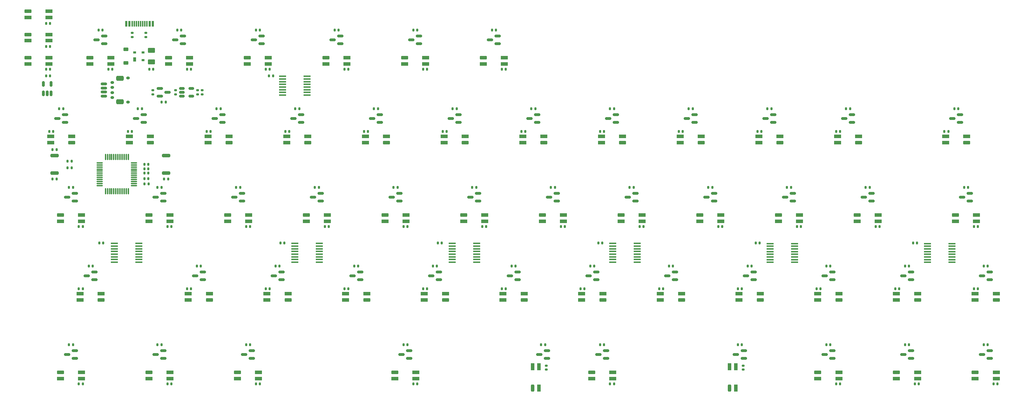
<source format=gbr>
G04 #@! TF.GenerationSoftware,KiCad,Pcbnew,8.0.8*
G04 #@! TF.CreationDate,2025-02-11T15:39:55+01:00*
G04 #@! TF.ProjectId,vootington V4N STM32G0B1CBT6,766f6f74-696e-4677-946f-6e2056344e20,rev?*
G04 #@! TF.SameCoordinates,Original*
G04 #@! TF.FileFunction,Paste,Bot*
G04 #@! TF.FilePolarity,Positive*
%FSLAX46Y46*%
G04 Gerber Fmt 4.6, Leading zero omitted, Abs format (unit mm)*
G04 Created by KiCad (PCBNEW 8.0.8) date 2025-02-11 15:39:55*
%MOMM*%
%LPD*%
G01*
G04 APERTURE LIST*
G04 Aperture macros list*
%AMRoundRect*
0 Rectangle with rounded corners*
0 $1 Rounding radius*
0 $2 $3 $4 $5 $6 $7 $8 $9 X,Y pos of 4 corners*
0 Add a 4 corners polygon primitive as box body*
4,1,4,$2,$3,$4,$5,$6,$7,$8,$9,$2,$3,0*
0 Add four circle primitives for the rounded corners*
1,1,$1+$1,$2,$3*
1,1,$1+$1,$4,$5*
1,1,$1+$1,$6,$7*
1,1,$1+$1,$8,$9*
0 Add four rect primitives between the rounded corners*
20,1,$1+$1,$2,$3,$4,$5,0*
20,1,$1+$1,$4,$5,$6,$7,0*
20,1,$1+$1,$6,$7,$8,$9,0*
20,1,$1+$1,$8,$9,$2,$3,0*%
G04 Aperture macros list end*
%ADD10RoundRect,0.140000X0.140000X0.170000X-0.140000X0.170000X-0.140000X-0.170000X0.140000X-0.170000X0*%
%ADD11RoundRect,0.205000X-0.205000X0.645000X-0.205000X-0.645000X0.205000X-0.645000X0.205000X0.645000X0*%
%ADD12R,0.820000X1.700000*%
%ADD13RoundRect,0.140000X-0.140000X-0.170000X0.140000X-0.170000X0.140000X0.170000X-0.140000X0.170000X0*%
%ADD14RoundRect,0.150000X0.150000X-0.512500X0.150000X0.512500X-0.150000X0.512500X-0.150000X-0.512500X0*%
%ADD15R,1.778000X0.419100*%
%ADD16RoundRect,0.205000X0.645000X0.205000X-0.645000X0.205000X-0.645000X-0.205000X0.645000X-0.205000X0*%
%ADD17R,1.700000X0.820000*%
%ADD18RoundRect,0.150000X0.587500X0.150000X-0.587500X0.150000X-0.587500X-0.150000X0.587500X-0.150000X0*%
%ADD19RoundRect,0.205000X-0.645000X-0.205000X0.645000X-0.205000X0.645000X0.205000X-0.645000X0.205000X0*%
%ADD20RoundRect,0.200000X0.800000X-0.200000X0.800000X0.200000X-0.800000X0.200000X-0.800000X-0.200000X0*%
%ADD21RoundRect,0.150000X-0.587500X-0.150000X0.587500X-0.150000X0.587500X0.150000X-0.587500X0.150000X0*%
%ADD22RoundRect,0.135000X-0.135000X-0.185000X0.135000X-0.185000X0.135000X0.185000X-0.135000X0.185000X0*%
%ADD23RoundRect,0.135000X0.185000X-0.135000X0.185000X0.135000X-0.185000X0.135000X-0.185000X-0.135000X0*%
%ADD24R,0.700000X1.000000*%
%ADD25R,0.700000X0.600000*%
%ADD26RoundRect,0.140000X-0.170000X0.140000X-0.170000X-0.140000X0.170000X-0.140000X0.170000X0.140000X0*%
%ADD27RoundRect,0.150000X-0.512500X-0.150000X0.512500X-0.150000X0.512500X0.150000X-0.512500X0.150000X0*%
%ADD28RoundRect,0.147500X-0.147500X-0.172500X0.147500X-0.172500X0.147500X0.172500X-0.147500X0.172500X0*%
%ADD29RoundRect,0.075000X0.662500X0.075000X-0.662500X0.075000X-0.662500X-0.075000X0.662500X-0.075000X0*%
%ADD30RoundRect,0.075000X0.075000X0.662500X-0.075000X0.662500X-0.075000X-0.662500X0.075000X-0.662500X0*%
%ADD31R,0.600000X1.450000*%
%ADD32R,0.300000X1.450000*%
%ADD33RoundRect,0.150000X-0.275000X0.150000X-0.275000X-0.150000X0.275000X-0.150000X0.275000X0.150000X0*%
%ADD34RoundRect,0.175000X-0.225000X0.175000X-0.225000X-0.175000X0.225000X-0.175000X0.225000X0.175000X0*%
%ADD35RoundRect,0.135000X0.135000X0.185000X-0.135000X0.185000X-0.135000X-0.185000X0.135000X-0.185000X0*%
%ADD36RoundRect,0.225000X0.375000X-0.225000X0.375000X0.225000X-0.375000X0.225000X-0.375000X-0.225000X0*%
%ADD37RoundRect,0.140000X0.170000X-0.140000X0.170000X0.140000X-0.170000X0.140000X-0.170000X-0.140000X0*%
%ADD38RoundRect,0.150000X-0.625000X0.150000X-0.625000X-0.150000X0.625000X-0.150000X0.625000X0.150000X0*%
%ADD39RoundRect,0.250000X-0.650000X0.350000X-0.650000X-0.350000X0.650000X-0.350000X0.650000X0.350000X0*%
%ADD40RoundRect,0.250000X-0.625000X0.375000X-0.625000X-0.375000X0.625000X-0.375000X0.625000X0.375000X0*%
G04 APERTURE END LIST*
D10*
X203680000Y-76993750D03*
X202720000Y-76993750D03*
X243734704Y-71401076D03*
X242774704Y-71401076D03*
X167961250Y-96043750D03*
X167001250Y-96043750D03*
X222730000Y-76993750D03*
X221770000Y-76993750D03*
D11*
X150679852Y-106531250D03*
D12*
X152179852Y-106531250D03*
X152179852Y-101431250D03*
X150679852Y-101431250D03*
D13*
X66988750Y-82550000D03*
X67948750Y-82550000D03*
D14*
X34093250Y-35172250D03*
X33143250Y-35172250D03*
X32193250Y-35172250D03*
X32193250Y-32897250D03*
X34093250Y-32897250D03*
D13*
X56670000Y-55805587D03*
X57630000Y-55805587D03*
D15*
X214111840Y-71563905D03*
X214111840Y-72214145D03*
X214111840Y-72864385D03*
X214111840Y-73514625D03*
X214111840Y-74159785D03*
X214111840Y-74810025D03*
X214111840Y-75460265D03*
X214111840Y-76110505D03*
X208163160Y-76110505D03*
X208163160Y-75460265D03*
X208163160Y-74810025D03*
X208163160Y-74159785D03*
X208163160Y-73514625D03*
X208163160Y-72864385D03*
X208163160Y-72214145D03*
X208163160Y-71563905D03*
D13*
X40795000Y-82550000D03*
X41755000Y-82550000D03*
D16*
X36343750Y-102779000D03*
D17*
X36343750Y-104279000D03*
X41443750Y-104279000D03*
X41443750Y-102779000D03*
D18*
X201756250Y-97475000D03*
X201756250Y-99375000D03*
X199881250Y-98425000D03*
D19*
X115262500Y-47129000D03*
D17*
X115262500Y-45629000D03*
X110162500Y-45629000D03*
X110162500Y-47129000D03*
D18*
X39831250Y-97475000D03*
X39831250Y-99375000D03*
X37956250Y-98425000D03*
D19*
X46206250Y-85229000D03*
D17*
X46206250Y-83729000D03*
X41106250Y-83729000D03*
X41106250Y-85229000D03*
D18*
X151750000Y-40325000D03*
X151750000Y-42225000D03*
X149875000Y-41275000D03*
D13*
X147951250Y-44450000D03*
X148911250Y-44450000D03*
D10*
X253686250Y-38893750D03*
X252726250Y-38893750D03*
X117955000Y-57943750D03*
X116995000Y-57943750D03*
D19*
X224800000Y-85229000D03*
D17*
X224800000Y-83729000D03*
X219700000Y-83729000D03*
X219700000Y-85229000D03*
D10*
X33817500Y-23812500D03*
X32857500Y-23812500D03*
D16*
X257800000Y-102779000D03*
D17*
X257800000Y-104279000D03*
X262900000Y-104279000D03*
X262900000Y-102779000D03*
D18*
X89837500Y-78425000D03*
X89837500Y-80325000D03*
X87962500Y-79375000D03*
X120793750Y-97475000D03*
X120793750Y-99375000D03*
X118918750Y-98425000D03*
D10*
X106048750Y-29368750D03*
X105088750Y-29368750D03*
D20*
X34925000Y-54487500D03*
X34925000Y-50287500D03*
D21*
X60381250Y-35875000D03*
X60381250Y-33975000D03*
X62256250Y-34925000D03*
D10*
X89380000Y-76993750D03*
X88420000Y-76993750D03*
D22*
X38073750Y-51593750D03*
X39093750Y-51593750D03*
D19*
X191462500Y-47129000D03*
D17*
X191462500Y-45629000D03*
X186362500Y-45629000D03*
X186362500Y-47129000D03*
D13*
X57857500Y-29368750D03*
X58817500Y-29368750D03*
D10*
X144148750Y-29368750D03*
X143188750Y-29368750D03*
D16*
X79206250Y-102779000D03*
D17*
X79206250Y-104279000D03*
X84306250Y-104279000D03*
X84306250Y-102779000D03*
D13*
X143188750Y-82550000D03*
X144148750Y-82550000D03*
D16*
X28462500Y-15290000D03*
D17*
X28462500Y-16790000D03*
X33562500Y-16790000D03*
X33562500Y-15290000D03*
D10*
X137005000Y-57943750D03*
X136045000Y-57943750D03*
X63186250Y-105568750D03*
X62226250Y-105568750D03*
X120336250Y-96043750D03*
X119376250Y-96043750D03*
D23*
X53721589Y-21547501D03*
X53721589Y-20527501D03*
D13*
X61432500Y-55956250D03*
X62392500Y-55956250D03*
D16*
X57775000Y-64679000D03*
D17*
X57775000Y-66179000D03*
X62875000Y-66179000D03*
X62875000Y-64679000D03*
D10*
X101286250Y-67468750D03*
X100326250Y-67468750D03*
D16*
X95875000Y-64679000D03*
D17*
X95875000Y-66179000D03*
X100975000Y-66179000D03*
X100975000Y-64679000D03*
D18*
X204137500Y-78425000D03*
X204137500Y-80325000D03*
X202262500Y-79375000D03*
X137462500Y-59375000D03*
X137462500Y-61275000D03*
X135587500Y-60325000D03*
D10*
X46517500Y-19843750D03*
X45557500Y-19843750D03*
X41755000Y-67468750D03*
X40795000Y-67468750D03*
X241780000Y-96043750D03*
X240820000Y-96043750D03*
X94142500Y-38893750D03*
X93182500Y-38893750D03*
D24*
X54309089Y-26943750D03*
D25*
X54309089Y-25243750D03*
X56309089Y-25243750D03*
X56309089Y-27143750D03*
D10*
X165580000Y-76993750D03*
X164620000Y-76993750D03*
X125098750Y-29368750D03*
X124138750Y-29368750D03*
X127480000Y-76993750D03*
X126520000Y-76993750D03*
D18*
X227950000Y-40325000D03*
X227950000Y-42225000D03*
X226075000Y-41275000D03*
X256525000Y-59375000D03*
X256525000Y-61275000D03*
X254650000Y-60325000D03*
X156512500Y-59375000D03*
X156512500Y-61275000D03*
X154637500Y-60325000D03*
D10*
X244161250Y-105568750D03*
X243201250Y-105568750D03*
D13*
X205101250Y-44450000D03*
X206061250Y-44450000D03*
D26*
X64200000Y-34445000D03*
X64200000Y-35405000D03*
D13*
X33651250Y-44450000D03*
X34611250Y-44450000D03*
D10*
X84617500Y-19843750D03*
X83657500Y-19843750D03*
D18*
X66025000Y-21275000D03*
X66025000Y-23175000D03*
X64150000Y-22225000D03*
D10*
X41755000Y-105568750D03*
X40795000Y-105568750D03*
D19*
X77162500Y-47129000D03*
D17*
X77162500Y-45629000D03*
X72062500Y-45629000D03*
X72062500Y-47129000D03*
D27*
X65737500Y-35875000D03*
X65737500Y-34925000D03*
X65737500Y-33975000D03*
X68012500Y-33975000D03*
X68012500Y-35875000D03*
D26*
X70643750Y-34445000D03*
X70643750Y-35405000D03*
D16*
X114925000Y-64679000D03*
D17*
X114925000Y-66179000D03*
X120025000Y-66179000D03*
X120025000Y-64679000D03*
D13*
X162238750Y-82550000D03*
X163198750Y-82550000D03*
D16*
X210175000Y-64679000D03*
D17*
X210175000Y-66179000D03*
X215275000Y-66179000D03*
X215275000Y-64679000D03*
D16*
X28462500Y-26555000D03*
D17*
X28462500Y-28055000D03*
X33562500Y-28055000D03*
X33562500Y-26555000D03*
D10*
X56042500Y-38893750D03*
X55082500Y-38893750D03*
D13*
X257488750Y-82550000D03*
X258448750Y-82550000D03*
D10*
X139386250Y-67468750D03*
X138426250Y-67468750D03*
D26*
X153987500Y-101120000D03*
X153987500Y-102080000D03*
D13*
X250345000Y-44450000D03*
X251305000Y-44450000D03*
D10*
X222730000Y-96043750D03*
X221770000Y-96043750D03*
D18*
X123175000Y-21275000D03*
X123175000Y-23175000D03*
X121300000Y-22225000D03*
D10*
X113192500Y-38893750D03*
X112232500Y-38893750D03*
D18*
X146987500Y-78425000D03*
X146987500Y-80325000D03*
X145112500Y-79375000D03*
D19*
X39062500Y-47129000D03*
D17*
X39062500Y-45629000D03*
X33962500Y-45629000D03*
X33962500Y-47129000D03*
D18*
X132700000Y-40325000D03*
X132700000Y-42225000D03*
X130825000Y-41275000D03*
D16*
X62537500Y-26579000D03*
D17*
X62537500Y-28079000D03*
X67637500Y-28079000D03*
X67637500Y-26579000D03*
D28*
X56665000Y-52387500D03*
X57635000Y-52387500D03*
D18*
X154131250Y-97475000D03*
X154131250Y-99375000D03*
X152256250Y-98425000D03*
D10*
X175105000Y-57943750D03*
X174145000Y-57943750D03*
D13*
X200338750Y-82550000D03*
X201298750Y-82550000D03*
D23*
X57037122Y-21576841D03*
X57037122Y-20556841D03*
D16*
X36343750Y-64679000D03*
D17*
X36343750Y-66179000D03*
X41443750Y-66179000D03*
X41443750Y-64679000D03*
D19*
X205750000Y-85229000D03*
D17*
X205750000Y-83729000D03*
X200650000Y-83729000D03*
X200650000Y-85229000D03*
D18*
X127937500Y-78425000D03*
X127937500Y-80325000D03*
X126062500Y-79375000D03*
D29*
X54168750Y-52018750D03*
X54168750Y-52518750D03*
X54168750Y-53018750D03*
X54168750Y-53518750D03*
X54168750Y-54018750D03*
X54168750Y-54518750D03*
X54168750Y-55018750D03*
X54168750Y-55518750D03*
X54168750Y-56018750D03*
X54168750Y-56518750D03*
X54168750Y-57018750D03*
X54168750Y-57518750D03*
D30*
X52756250Y-58931250D03*
X52256250Y-58931250D03*
X51756250Y-58931250D03*
X51256250Y-58931250D03*
X50756250Y-58931250D03*
X50256250Y-58931250D03*
X49756250Y-58931250D03*
X49256250Y-58931250D03*
X48756250Y-58931250D03*
X48256250Y-58931250D03*
X47756250Y-58931250D03*
X47256250Y-58931250D03*
D29*
X45843750Y-57518750D03*
X45843750Y-57018750D03*
X45843750Y-56518750D03*
X45843750Y-56018750D03*
X45843750Y-55518750D03*
X45843750Y-55018750D03*
X45843750Y-54518750D03*
X45843750Y-54018750D03*
X45843750Y-53518750D03*
X45843750Y-53018750D03*
X45843750Y-52518750D03*
X45843750Y-52018750D03*
D30*
X47256250Y-50606250D03*
X47756250Y-50606250D03*
X48256250Y-50606250D03*
X48756250Y-50606250D03*
X49256250Y-50606250D03*
X49756250Y-50606250D03*
X50256250Y-50606250D03*
X50756250Y-50606250D03*
X51256250Y-50606250D03*
X51756250Y-50606250D03*
X52256250Y-50606250D03*
X52756250Y-50606250D03*
D10*
X132242500Y-38893750D03*
X131282500Y-38893750D03*
X170342500Y-105568750D03*
X169382500Y-105568750D03*
D13*
X128901250Y-44450000D03*
X129861250Y-44450000D03*
D19*
X229562500Y-47129000D03*
D17*
X229562500Y-45629000D03*
X224462500Y-45629000D03*
X224462500Y-47129000D03*
D10*
X156055000Y-57943750D03*
X155095000Y-57943750D03*
X151292500Y-38893750D03*
X150332500Y-38893750D03*
D18*
X82693750Y-97475000D03*
X82693750Y-99375000D03*
X80818750Y-98425000D03*
D13*
X124138750Y-82550000D03*
X125098750Y-82550000D03*
D10*
X215586250Y-67468750D03*
X214626250Y-67468750D03*
X108430000Y-76993750D03*
X107470000Y-76993750D03*
X234636250Y-67468750D03*
X233676250Y-67468750D03*
X177486250Y-67468750D03*
X176526250Y-67468750D03*
D13*
X219388750Y-82550000D03*
X220348750Y-82550000D03*
D11*
X198304852Y-106531250D03*
D12*
X199804852Y-106531250D03*
X199804852Y-101431250D03*
X198304852Y-101431250D03*
D18*
X185087500Y-78425000D03*
X185087500Y-80325000D03*
X183212500Y-79375000D03*
D13*
X186051250Y-44450000D03*
X187011250Y-44450000D03*
D10*
X260830000Y-96043750D03*
X259870000Y-96043750D03*
X208442500Y-38893750D03*
X207482500Y-38893750D03*
D18*
X104125000Y-21275000D03*
X104125000Y-23175000D03*
X102250000Y-22225000D03*
D16*
X138737500Y-26579000D03*
D17*
X138737500Y-28079000D03*
X143837500Y-28079000D03*
X143837500Y-26579000D03*
D13*
X105088750Y-82550000D03*
X106048750Y-82550000D03*
D18*
X70787500Y-78425000D03*
X70787500Y-80325000D03*
X68912500Y-79375000D03*
D15*
X55361840Y-71545450D03*
X55361840Y-72195690D03*
X55361840Y-72845930D03*
X55361840Y-73496170D03*
X55361840Y-74141330D03*
X55361840Y-74791570D03*
X55361840Y-75441810D03*
X55361840Y-76092050D03*
X49413160Y-76092050D03*
X49413160Y-75441810D03*
X49413160Y-74791570D03*
X49413160Y-74141330D03*
X49413160Y-73496170D03*
X49413160Y-72845930D03*
X49413160Y-72195690D03*
X49413160Y-71545450D03*
D18*
X37450000Y-40325000D03*
X37450000Y-42225000D03*
X35575000Y-41275000D03*
D10*
X146530000Y-76993750D03*
X145570000Y-76993750D03*
D13*
X167001250Y-44450000D03*
X167961250Y-44450000D03*
D10*
X153673750Y-96043750D03*
X152713750Y-96043750D03*
D18*
X242237500Y-78425000D03*
X242237500Y-80325000D03*
X240362500Y-79375000D03*
D10*
X86998750Y-29368750D03*
X86038750Y-29368750D03*
D18*
X261287500Y-97475000D03*
X261287500Y-99375000D03*
X259412500Y-98425000D03*
D10*
X36992500Y-38893750D03*
X36032500Y-38893750D03*
D18*
X61262500Y-97475000D03*
X61262500Y-99375000D03*
X59387500Y-98425000D03*
X113650000Y-40325000D03*
X113650000Y-42225000D03*
X111775000Y-41275000D03*
D10*
X225111250Y-105568750D03*
X224151250Y-105568750D03*
D18*
X108887500Y-78425000D03*
X108887500Y-80325000D03*
X107012500Y-79375000D03*
D10*
X232255000Y-57943750D03*
X231295000Y-57943750D03*
D18*
X56500000Y-40325000D03*
X56500000Y-42225000D03*
X54625000Y-41275000D03*
D10*
X128640954Y-71437500D03*
X127680954Y-71437500D03*
D31*
X52249000Y-18335625D03*
X53049000Y-18335625D03*
D32*
X54249000Y-18335625D03*
X55249000Y-18335625D03*
X55749000Y-18335625D03*
X56749000Y-18335625D03*
D31*
X57949000Y-18335625D03*
X58749000Y-18335625D03*
X58749000Y-18335625D03*
X57949000Y-18335625D03*
D32*
X57249000Y-18335625D03*
X56249000Y-18335625D03*
X54749000Y-18335625D03*
X53749000Y-18335625D03*
D31*
X53049000Y-18335625D03*
X52249000Y-18335625D03*
D33*
X48925000Y-32581250D03*
X48925000Y-33781250D03*
X48925000Y-34981250D03*
X48925000Y-36181250D03*
D34*
X52700000Y-31431250D03*
X52700000Y-37331250D03*
D18*
X170800000Y-40325000D03*
X170800000Y-42225000D03*
X168925000Y-41275000D03*
D10*
X33817500Y-29368750D03*
X32857500Y-29368750D03*
X196536250Y-67468750D03*
X195576250Y-67468750D03*
D16*
X119687500Y-26579000D03*
D17*
X119687500Y-28079000D03*
X124787500Y-28079000D03*
X124787500Y-26579000D03*
D15*
X96043750Y-31064200D03*
X96043750Y-31714440D03*
X96043750Y-32364680D03*
X96043750Y-33014920D03*
X96043750Y-33660080D03*
X96043750Y-34310320D03*
X96043750Y-34960560D03*
X96043750Y-35610800D03*
X90095070Y-35610800D03*
X90095070Y-34960560D03*
X90095070Y-34310320D03*
X90095070Y-33660080D03*
X90095070Y-33014920D03*
X90095070Y-32364680D03*
X90095070Y-31714440D03*
X90095070Y-31064200D03*
D18*
X223187500Y-97475000D03*
X223187500Y-99375000D03*
X221312500Y-98425000D03*
D35*
X35435000Y-55956250D03*
X34415000Y-55956250D03*
D16*
X219700000Y-102779000D03*
D17*
X219700000Y-104279000D03*
X224800000Y-104279000D03*
X224800000Y-102779000D03*
D13*
X181288750Y-82550000D03*
X182248750Y-82550000D03*
X109851250Y-44450000D03*
X110811250Y-44450000D03*
D15*
X176011840Y-71545450D03*
X176011840Y-72195690D03*
X176011840Y-72845930D03*
X176011840Y-73496170D03*
X176011840Y-74141330D03*
X176011840Y-74791570D03*
X176011840Y-75441810D03*
X176011840Y-76092050D03*
X170063160Y-76092050D03*
X170063160Y-75441810D03*
X170063160Y-74791570D03*
X170063160Y-74141330D03*
X170063160Y-73496170D03*
X170063160Y-72845930D03*
X170063160Y-72195690D03*
X170063160Y-71545450D03*
D10*
X256067500Y-57943750D03*
X255107500Y-57943750D03*
D19*
X255756250Y-47129000D03*
D17*
X255756250Y-45629000D03*
X250656250Y-45629000D03*
X250656250Y-47129000D03*
D10*
X120336250Y-67468750D03*
X119376250Y-67468750D03*
X39373750Y-57943750D03*
X38413750Y-57943750D03*
D16*
X76825000Y-64679000D03*
D17*
X76825000Y-66179000D03*
X81925000Y-66179000D03*
X81925000Y-64679000D03*
D13*
X238438750Y-82550000D03*
X239398750Y-82550000D03*
X86038750Y-82550000D03*
X86998750Y-82550000D03*
D18*
X61262500Y-59375000D03*
X61262500Y-61275000D03*
X59387500Y-60325000D03*
D10*
X46723300Y-71437500D03*
X45763300Y-71437500D03*
D36*
X52193750Y-27843750D03*
X52193750Y-24543750D03*
D18*
X80312500Y-59375000D03*
X80312500Y-61275000D03*
X78437500Y-60325000D03*
D37*
X58737500Y-35405000D03*
X58737500Y-34445000D03*
D10*
X194155000Y-57943750D03*
X193195000Y-57943750D03*
X189392500Y-38893750D03*
X188432500Y-38893750D03*
X63186250Y-67468750D03*
X62226250Y-67468750D03*
X122717500Y-19843750D03*
X121757500Y-19843750D03*
X258448750Y-67468750D03*
X257488750Y-67468750D03*
D16*
X229225000Y-64679000D03*
D17*
X229225000Y-66179000D03*
X234325000Y-66179000D03*
X234325000Y-64679000D03*
D16*
X81587500Y-26579000D03*
D17*
X81587500Y-28079000D03*
X86687500Y-28079000D03*
X86687500Y-26579000D03*
D10*
X98905000Y-57943750D03*
X97945000Y-57943750D03*
D38*
X46837697Y-32881250D03*
X46837697Y-33881250D03*
X46837697Y-34881250D03*
X46837697Y-35881250D03*
D39*
X50712697Y-31581250D03*
X50712697Y-37181250D03*
D18*
X118412500Y-59375000D03*
X118412500Y-61275000D03*
X116537500Y-60325000D03*
D10*
X227492500Y-38893750D03*
X226532500Y-38893750D03*
X205634704Y-71437500D03*
X204674704Y-71437500D03*
D18*
X175562500Y-59375000D03*
X175562500Y-61275000D03*
X173687500Y-60325000D03*
D13*
X224151250Y-44450000D03*
X225111250Y-44450000D03*
D10*
X103667500Y-19843750D03*
X102707500Y-19843750D03*
D35*
X61828750Y-37306250D03*
X60808750Y-37306250D03*
D26*
X69551587Y-34445000D03*
X69551587Y-35405000D03*
D19*
X210512500Y-47129000D03*
D17*
X210512500Y-45629000D03*
X205412500Y-45629000D03*
X205412500Y-47129000D03*
D35*
X35435000Y-48818750D03*
X34415000Y-48818750D03*
D19*
X134312500Y-47129000D03*
D17*
X134312500Y-45629000D03*
X129212500Y-45629000D03*
X129212500Y-47129000D03*
D16*
X153025000Y-64679000D03*
D17*
X153025000Y-66179000D03*
X158125000Y-66179000D03*
X158125000Y-64679000D03*
D19*
X110500000Y-85229000D03*
D17*
X110500000Y-83729000D03*
X105400000Y-83729000D03*
X105400000Y-85229000D03*
D19*
X243850000Y-85229000D03*
D17*
X243850000Y-83729000D03*
X238750000Y-83729000D03*
X238750000Y-85229000D03*
D19*
X96212500Y-47129000D03*
D17*
X96212500Y-45629000D03*
X91112500Y-45629000D03*
X91112500Y-47129000D03*
D10*
X60805000Y-57943750D03*
X59845000Y-57943750D03*
D15*
X252211840Y-71563905D03*
X252211840Y-72214145D03*
X252211840Y-72864385D03*
X252211840Y-73514625D03*
X252211840Y-74159785D03*
X252211840Y-74810025D03*
X252211840Y-75460265D03*
X252211840Y-76110505D03*
X246263160Y-76110505D03*
X246263160Y-75460265D03*
X246263160Y-74810025D03*
X246263160Y-74159785D03*
X246263160Y-73514625D03*
X246263160Y-72864385D03*
X246263160Y-72214145D03*
X246263160Y-71563905D03*
D10*
X48898750Y-29368750D03*
X47938750Y-29368750D03*
D16*
X100637500Y-26579000D03*
D17*
X100637500Y-28079000D03*
X105737500Y-28079000D03*
X105737500Y-26579000D03*
D13*
X52701250Y-44450000D03*
X53661250Y-44450000D03*
D16*
X28462500Y-20922500D03*
D17*
X28462500Y-22422500D03*
X33562500Y-22422500D03*
X33562500Y-20922500D03*
D10*
X122717500Y-105568750D03*
X121757500Y-105568750D03*
D16*
X238750000Y-102779000D03*
D17*
X238750000Y-104279000D03*
X243850000Y-104279000D03*
X243850000Y-102779000D03*
D19*
X91450000Y-85229000D03*
D17*
X91450000Y-83729000D03*
X86350000Y-83729000D03*
X86350000Y-85229000D03*
D10*
X260830000Y-76993750D03*
X259870000Y-76993750D03*
D19*
X262900000Y-85229000D03*
D17*
X262900000Y-83729000D03*
X257800000Y-83729000D03*
X257800000Y-85229000D03*
D10*
X241780000Y-76993750D03*
X240820000Y-76993750D03*
D19*
X167650000Y-85229000D03*
D17*
X167650000Y-83729000D03*
X162550000Y-83729000D03*
X162550000Y-85229000D03*
D19*
X148600000Y-85229000D03*
D17*
X148600000Y-83729000D03*
X143500000Y-83729000D03*
X143500000Y-85229000D03*
D18*
X39831250Y-59375000D03*
X39831250Y-61275000D03*
X37956250Y-60325000D03*
D10*
X184630000Y-76993750D03*
X183670000Y-76993750D03*
D18*
X94600000Y-40325000D03*
X94600000Y-42225000D03*
X92725000Y-41275000D03*
D10*
X67948750Y-29368750D03*
X66988750Y-29368750D03*
D18*
X189850000Y-40325000D03*
X189850000Y-42225000D03*
X187975000Y-41275000D03*
X242237500Y-97475000D03*
X242237500Y-99375000D03*
X240362500Y-98425000D03*
D10*
X87792500Y-30956250D03*
X86832500Y-30956250D03*
D20*
X61912500Y-54487500D03*
X61912500Y-50287500D03*
D10*
X141767500Y-19843750D03*
X140807500Y-19843750D03*
X263211250Y-105568750D03*
X262251250Y-105568750D03*
D19*
X172412500Y-47129000D03*
D17*
X172412500Y-45629000D03*
X167312500Y-45629000D03*
X167312500Y-47129000D03*
D18*
X232712500Y-59375000D03*
X232712500Y-61275000D03*
X230837500Y-60325000D03*
D35*
X57660000Y-57150000D03*
X56640000Y-57150000D03*
D18*
X99362500Y-59375000D03*
X99362500Y-61275000D03*
X97487500Y-60325000D03*
D10*
X79855000Y-57943750D03*
X78895000Y-57943750D03*
D18*
X168418750Y-97475000D03*
X168418750Y-99375000D03*
X166543750Y-98425000D03*
D16*
X133975000Y-64679000D03*
D17*
X133975000Y-66179000D03*
X139075000Y-66179000D03*
X139075000Y-64679000D03*
D10*
X44136250Y-76993750D03*
X43176250Y-76993750D03*
X158436250Y-67468750D03*
X157476250Y-67468750D03*
D18*
X223187500Y-78425000D03*
X223187500Y-80325000D03*
X221312500Y-79375000D03*
D10*
X65567500Y-19843750D03*
X64607500Y-19843750D03*
D18*
X254143750Y-40325000D03*
X254143750Y-42225000D03*
X252268750Y-41275000D03*
D26*
X201612500Y-101120000D03*
X201612500Y-102080000D03*
D19*
X153362500Y-47129000D03*
D17*
X153362500Y-45629000D03*
X148262500Y-45629000D03*
X148262500Y-47129000D03*
D10*
X90540954Y-71437500D03*
X89580954Y-71437500D03*
D18*
X213662500Y-59375000D03*
X213662500Y-61275000D03*
X211787500Y-60325000D03*
D10*
X39373750Y-96043750D03*
X38413750Y-96043750D03*
D16*
X253037500Y-64679000D03*
D17*
X253037500Y-66179000D03*
X258137500Y-66179000D03*
X258137500Y-64679000D03*
D16*
X172075000Y-64679000D03*
D17*
X172075000Y-66179000D03*
X177175000Y-66179000D03*
X177175000Y-64679000D03*
D10*
X70330000Y-76993750D03*
X69370000Y-76993750D03*
X201298750Y-96043750D03*
X200338750Y-96043750D03*
D18*
X46975000Y-21275000D03*
X46975000Y-23175000D03*
X45100000Y-22225000D03*
D13*
X71751250Y-44450000D03*
X72711250Y-44450000D03*
X56670000Y-53481250D03*
X57630000Y-53481250D03*
D10*
X33817500Y-18256250D03*
X32857500Y-18256250D03*
D13*
X56670000Y-54527711D03*
X57630000Y-54527711D03*
D19*
X129550000Y-85229000D03*
D17*
X129550000Y-83729000D03*
X124450000Y-83729000D03*
X124450000Y-85229000D03*
D10*
X82236250Y-67468750D03*
X81276250Y-67468750D03*
D18*
X194612500Y-59375000D03*
X194612500Y-61275000D03*
X192737500Y-60325000D03*
X166037500Y-78425000D03*
X166037500Y-80325000D03*
X164162500Y-79375000D03*
D10*
X60805000Y-96043750D03*
X59845000Y-96043750D03*
X84617500Y-105568750D03*
X83657500Y-105568750D03*
D18*
X44593750Y-78425000D03*
X44593750Y-80325000D03*
X42718750Y-79375000D03*
D15*
X99018090Y-71545450D03*
X99018090Y-72195690D03*
X99018090Y-72845930D03*
X99018090Y-73496170D03*
X99018090Y-74141330D03*
X99018090Y-74791570D03*
X99018090Y-75441810D03*
X99018090Y-76092050D03*
X93069410Y-76092050D03*
X93069410Y-75441810D03*
X93069410Y-74791570D03*
X93069410Y-74141330D03*
X93069410Y-73496170D03*
X93069410Y-72845930D03*
X93069410Y-72195690D03*
X93069410Y-71545450D03*
D18*
X261287500Y-78425000D03*
X261287500Y-80325000D03*
X259412500Y-79375000D03*
X85075000Y-21275000D03*
X85075000Y-23175000D03*
X83200000Y-22225000D03*
D15*
X137118090Y-71543435D03*
X137118090Y-72193675D03*
X137118090Y-72843915D03*
X137118090Y-73494155D03*
X137118090Y-74139315D03*
X137118090Y-74789555D03*
X137118090Y-75439795D03*
X137118090Y-76090035D03*
X131169410Y-76090035D03*
X131169410Y-75439795D03*
X131169410Y-74789555D03*
X131169410Y-74139315D03*
X131169410Y-73494155D03*
X131169410Y-72843915D03*
X131169410Y-72193675D03*
X131169410Y-71543435D03*
D13*
X32857500Y-30956250D03*
X33817500Y-30956250D03*
D18*
X208900000Y-40325000D03*
X208900000Y-42225000D03*
X207025000Y-41275000D03*
D16*
X164931250Y-102779000D03*
D17*
X164931250Y-104279000D03*
X170031250Y-104279000D03*
X170031250Y-102779000D03*
D10*
X213205000Y-57943750D03*
X212245000Y-57943750D03*
D40*
X58337500Y-24793750D03*
X58337500Y-27593750D03*
D16*
X43487500Y-26579000D03*
D17*
X43487500Y-28079000D03*
X48587500Y-28079000D03*
X48587500Y-26579000D03*
D10*
X167534704Y-71439515D03*
X166574704Y-71439515D03*
D13*
X90801250Y-44450000D03*
X91761250Y-44450000D03*
D19*
X58112500Y-47129000D03*
D17*
X58112500Y-45629000D03*
X53012500Y-45629000D03*
X53012500Y-47129000D03*
D10*
X75092500Y-38893750D03*
X74132500Y-38893750D03*
D18*
X142225000Y-21275000D03*
X142225000Y-23175000D03*
X140350000Y-22225000D03*
X75550000Y-40325000D03*
X75550000Y-42225000D03*
X73675000Y-41275000D03*
D19*
X186700000Y-85229000D03*
D17*
X186700000Y-83729000D03*
X181600000Y-83729000D03*
X181600000Y-85229000D03*
D19*
X72400000Y-85229000D03*
D17*
X72400000Y-83729000D03*
X67300000Y-83729000D03*
X67300000Y-85229000D03*
D16*
X57775000Y-102779000D03*
D17*
X57775000Y-104279000D03*
X62875000Y-104279000D03*
X62875000Y-102779000D03*
D22*
X38073750Y-53181250D03*
X39093750Y-53181250D03*
D10*
X170342500Y-38893750D03*
X169382500Y-38893750D03*
D16*
X191125000Y-64679000D03*
D17*
X191125000Y-66179000D03*
X196225000Y-66179000D03*
X196225000Y-64679000D03*
D16*
X117306250Y-102779000D03*
D17*
X117306250Y-104279000D03*
X122406250Y-104279000D03*
X122406250Y-102779000D03*
D10*
X82236250Y-96043750D03*
X81276250Y-96043750D03*
M02*

</source>
